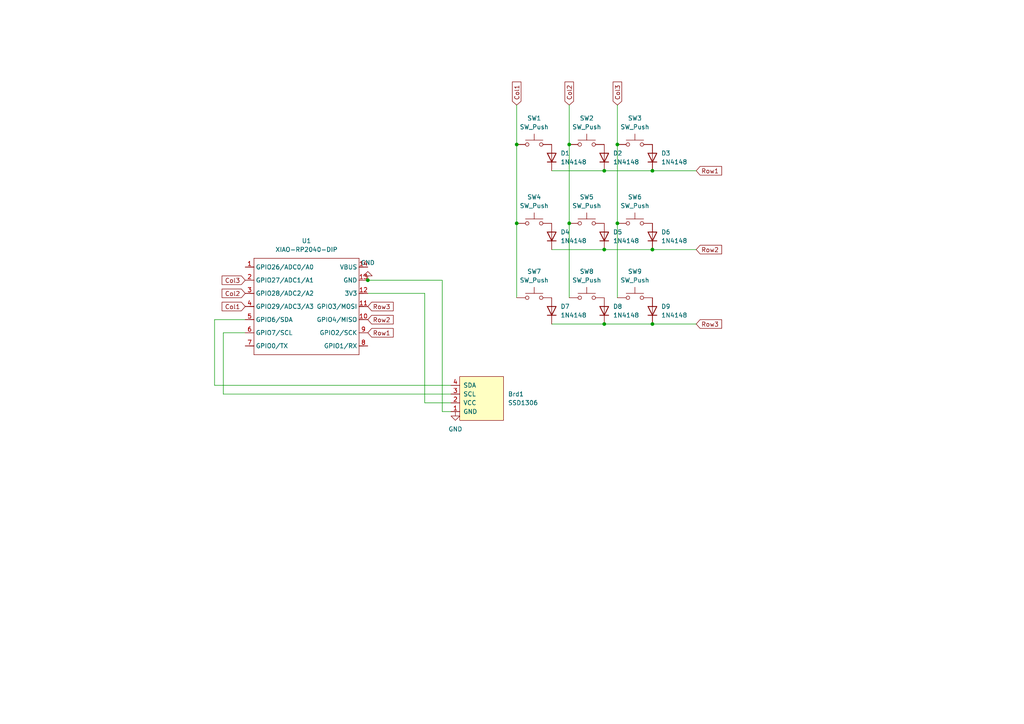
<source format=kicad_sch>
(kicad_sch
	(version 20250114)
	(generator "eeschema")
	(generator_version "9.0")
	(uuid "ebeae7c9-8a1e-44bf-a1a0-bcf41a91176e")
	(paper "A4")
	(lib_symbols
		(symbol "Diode:1N4148"
			(pin_numbers
				(hide yes)
			)
			(pin_names
				(hide yes)
			)
			(exclude_from_sim no)
			(in_bom yes)
			(on_board yes)
			(property "Reference" "D"
				(at 0 2.54 0)
				(effects
					(font
						(size 1.27 1.27)
					)
				)
			)
			(property "Value" "1N4148"
				(at 0 -2.54 0)
				(effects
					(font
						(size 1.27 1.27)
					)
				)
			)
			(property "Footprint" "Diode_THT:D_DO-35_SOD27_P7.62mm_Horizontal"
				(at 0 0 0)
				(effects
					(font
						(size 1.27 1.27)
					)
					(hide yes)
				)
			)
			(property "Datasheet" "https://assets.nexperia.com/documents/data-sheet/1N4148_1N4448.pdf"
				(at 0 0 0)
				(effects
					(font
						(size 1.27 1.27)
					)
					(hide yes)
				)
			)
			(property "Description" "100V 0.15A standard switching diode, DO-35"
				(at 0 0 0)
				(effects
					(font
						(size 1.27 1.27)
					)
					(hide yes)
				)
			)
			(property "Sim.Device" "D"
				(at 0 0 0)
				(effects
					(font
						(size 1.27 1.27)
					)
					(hide yes)
				)
			)
			(property "Sim.Pins" "1=K 2=A"
				(at 0 0 0)
				(effects
					(font
						(size 1.27 1.27)
					)
					(hide yes)
				)
			)
			(property "ki_keywords" "diode"
				(at 0 0 0)
				(effects
					(font
						(size 1.27 1.27)
					)
					(hide yes)
				)
			)
			(property "ki_fp_filters" "D*DO?35*"
				(at 0 0 0)
				(effects
					(font
						(size 1.27 1.27)
					)
					(hide yes)
				)
			)
			(symbol "1N4148_0_1"
				(polyline
					(pts
						(xy -1.27 1.27) (xy -1.27 -1.27)
					)
					(stroke
						(width 0.254)
						(type default)
					)
					(fill
						(type none)
					)
				)
				(polyline
					(pts
						(xy 1.27 1.27) (xy 1.27 -1.27) (xy -1.27 0) (xy 1.27 1.27)
					)
					(stroke
						(width 0.254)
						(type default)
					)
					(fill
						(type none)
					)
				)
				(polyline
					(pts
						(xy 1.27 0) (xy -1.27 0)
					)
					(stroke
						(width 0)
						(type default)
					)
					(fill
						(type none)
					)
				)
			)
			(symbol "1N4148_1_1"
				(pin passive line
					(at -3.81 0 0)
					(length 2.54)
					(name "K"
						(effects
							(font
								(size 1.27 1.27)
							)
						)
					)
					(number "1"
						(effects
							(font
								(size 1.27 1.27)
							)
						)
					)
				)
				(pin passive line
					(at 3.81 0 180)
					(length 2.54)
					(name "A"
						(effects
							(font
								(size 1.27 1.27)
							)
						)
					)
					(number "2"
						(effects
							(font
								(size 1.27 1.27)
							)
						)
					)
				)
			)
			(embedded_fonts no)
		)
		(symbol "SSD1306-128x64_OLED:SSD1306"
			(pin_names
				(offset 1.016)
			)
			(exclude_from_sim no)
			(in_bom yes)
			(on_board yes)
			(property "Reference" "Brd"
				(at 0 -3.81 0)
				(effects
					(font
						(size 1.27 1.27)
					)
				)
			)
			(property "Value" "SSD1306"
				(at 0 -1.27 0)
				(effects
					(font
						(size 1.27 1.27)
					)
				)
			)
			(property "Footprint" ""
				(at 0 6.35 0)
				(effects
					(font
						(size 1.27 1.27)
					)
					(hide yes)
				)
			)
			(property "Datasheet" ""
				(at 0 6.35 0)
				(effects
					(font
						(size 1.27 1.27)
					)
					(hide yes)
				)
			)
			(property "Description" "SSD1306 OLED"
				(at 0 0 0)
				(effects
					(font
						(size 1.27 1.27)
					)
					(hide yes)
				)
			)
			(property "ki_keywords" "SSD1306"
				(at 0 0 0)
				(effects
					(font
						(size 1.27 1.27)
					)
					(hide yes)
				)
			)
			(property "ki_fp_filters" "SSD1306-128x64_OLED:SSD1306"
				(at 0 0 0)
				(effects
					(font
						(size 1.27 1.27)
					)
					(hide yes)
				)
			)
			(symbol "SSD1306_0_1"
				(rectangle
					(start -6.35 6.35)
					(end 6.35 -6.35)
					(stroke
						(width 0)
						(type solid)
					)
					(fill
						(type background)
					)
				)
			)
			(symbol "SSD1306_1_1"
				(pin input line
					(at -3.81 8.89 270)
					(length 2.54)
					(name "GND"
						(effects
							(font
								(size 1.27 1.27)
							)
						)
					)
					(number "1"
						(effects
							(font
								(size 1.27 1.27)
							)
						)
					)
				)
				(pin input line
					(at -1.27 8.89 270)
					(length 2.54)
					(name "VCC"
						(effects
							(font
								(size 1.27 1.27)
							)
						)
					)
					(number "2"
						(effects
							(font
								(size 1.27 1.27)
							)
						)
					)
				)
				(pin input line
					(at 1.27 8.89 270)
					(length 2.54)
					(name "SCL"
						(effects
							(font
								(size 1.27 1.27)
							)
						)
					)
					(number "3"
						(effects
							(font
								(size 1.27 1.27)
							)
						)
					)
				)
				(pin input line
					(at 3.81 8.89 270)
					(length 2.54)
					(name "SDA"
						(effects
							(font
								(size 1.27 1.27)
							)
						)
					)
					(number "4"
						(effects
							(font
								(size 1.27 1.27)
							)
						)
					)
				)
			)
			(embedded_fonts no)
		)
		(symbol "Seeed_Studio_XIAO_Series:XIAO-RP2040-DIP"
			(exclude_from_sim no)
			(in_bom yes)
			(on_board yes)
			(property "Reference" "U"
				(at 0 0 0)
				(effects
					(font
						(size 1.27 1.27)
					)
				)
			)
			(property "Value" "XIAO-RP2040-DIP"
				(at 5.334 -1.778 0)
				(effects
					(font
						(size 1.27 1.27)
					)
				)
			)
			(property "Footprint" "Module:MOUDLE14P-XIAO-DIP-SMD"
				(at 14.478 -32.258 0)
				(effects
					(font
						(size 1.27 1.27)
					)
					(hide yes)
				)
			)
			(property "Datasheet" ""
				(at 0 0 0)
				(effects
					(font
						(size 1.27 1.27)
					)
					(hide yes)
				)
			)
			(property "Description" ""
				(at 0 0 0)
				(effects
					(font
						(size 1.27 1.27)
					)
					(hide yes)
				)
			)
			(symbol "XIAO-RP2040-DIP_1_0"
				(polyline
					(pts
						(xy -1.27 -2.54) (xy 29.21 -2.54)
					)
					(stroke
						(width 0.1524)
						(type solid)
					)
					(fill
						(type none)
					)
				)
				(polyline
					(pts
						(xy -1.27 -5.08) (xy -2.54 -5.08)
					)
					(stroke
						(width 0.1524)
						(type solid)
					)
					(fill
						(type none)
					)
				)
				(polyline
					(pts
						(xy -1.27 -5.08) (xy -1.27 -2.54)
					)
					(stroke
						(width 0.1524)
						(type solid)
					)
					(fill
						(type none)
					)
				)
				(polyline
					(pts
						(xy -1.27 -8.89) (xy -2.54 -8.89)
					)
					(stroke
						(width 0.1524)
						(type solid)
					)
					(fill
						(type none)
					)
				)
				(polyline
					(pts
						(xy -1.27 -8.89) (xy -1.27 -5.08)
					)
					(stroke
						(width 0.1524)
						(type solid)
					)
					(fill
						(type none)
					)
				)
				(polyline
					(pts
						(xy -1.27 -12.7) (xy -2.54 -12.7)
					)
					(stroke
						(width 0.1524)
						(type solid)
					)
					(fill
						(type none)
					)
				)
				(polyline
					(pts
						(xy -1.27 -12.7) (xy -1.27 -8.89)
					)
					(stroke
						(width 0.1524)
						(type solid)
					)
					(fill
						(type none)
					)
				)
				(polyline
					(pts
						(xy -1.27 -16.51) (xy -2.54 -16.51)
					)
					(stroke
						(width 0.1524)
						(type solid)
					)
					(fill
						(type none)
					)
				)
				(polyline
					(pts
						(xy -1.27 -16.51) (xy -1.27 -12.7)
					)
					(stroke
						(width 0.1524)
						(type solid)
					)
					(fill
						(type none)
					)
				)
				(polyline
					(pts
						(xy -1.27 -20.32) (xy -2.54 -20.32)
					)
					(stroke
						(width 0.1524)
						(type solid)
					)
					(fill
						(type none)
					)
				)
				(polyline
					(pts
						(xy -1.27 -24.13) (xy -2.54 -24.13)
					)
					(stroke
						(width 0.1524)
						(type solid)
					)
					(fill
						(type none)
					)
				)
				(polyline
					(pts
						(xy -1.27 -27.94) (xy -2.54 -27.94)
					)
					(stroke
						(width 0.1524)
						(type solid)
					)
					(fill
						(type none)
					)
				)
				(polyline
					(pts
						(xy -1.27 -30.48) (xy -1.27 -16.51)
					)
					(stroke
						(width 0.1524)
						(type solid)
					)
					(fill
						(type none)
					)
				)
				(polyline
					(pts
						(xy 29.21 -2.54) (xy 29.21 -5.08)
					)
					(stroke
						(width 0.1524)
						(type solid)
					)
					(fill
						(type none)
					)
				)
				(polyline
					(pts
						(xy 29.21 -5.08) (xy 29.21 -8.89)
					)
					(stroke
						(width 0.1524)
						(type solid)
					)
					(fill
						(type none)
					)
				)
				(polyline
					(pts
						(xy 29.21 -8.89) (xy 29.21 -12.7)
					)
					(stroke
						(width 0.1524)
						(type solid)
					)
					(fill
						(type none)
					)
				)
				(polyline
					(pts
						(xy 29.21 -12.7) (xy 29.21 -30.48)
					)
					(stroke
						(width 0.1524)
						(type solid)
					)
					(fill
						(type none)
					)
				)
				(polyline
					(pts
						(xy 29.21 -30.48) (xy -1.27 -30.48)
					)
					(stroke
						(width 0.1524)
						(type solid)
					)
					(fill
						(type none)
					)
				)
				(polyline
					(pts
						(xy 30.48 -5.08) (xy 29.21 -5.08)
					)
					(stroke
						(width 0.1524)
						(type solid)
					)
					(fill
						(type none)
					)
				)
				(polyline
					(pts
						(xy 30.48 -8.89) (xy 29.21 -8.89)
					)
					(stroke
						(width 0.1524)
						(type solid)
					)
					(fill
						(type none)
					)
				)
				(polyline
					(pts
						(xy 30.48 -12.7) (xy 29.21 -12.7)
					)
					(stroke
						(width 0.1524)
						(type solid)
					)
					(fill
						(type none)
					)
				)
				(polyline
					(pts
						(xy 30.48 -16.51) (xy 29.21 -16.51)
					)
					(stroke
						(width 0.1524)
						(type solid)
					)
					(fill
						(type none)
					)
				)
				(polyline
					(pts
						(xy 30.48 -20.32) (xy 29.21 -20.32)
					)
					(stroke
						(width 0.1524)
						(type solid)
					)
					(fill
						(type none)
					)
				)
				(polyline
					(pts
						(xy 30.48 -24.13) (xy 29.21 -24.13)
					)
					(stroke
						(width 0.1524)
						(type solid)
					)
					(fill
						(type none)
					)
				)
				(polyline
					(pts
						(xy 30.48 -27.94) (xy 29.21 -27.94)
					)
					(stroke
						(width 0.1524)
						(type solid)
					)
					(fill
						(type none)
					)
				)
				(pin passive line
					(at -3.81 -5.08 0)
					(length 2.54)
					(name "GPIO26/ADC0/A0"
						(effects
							(font
								(size 1.27 1.27)
							)
						)
					)
					(number "1"
						(effects
							(font
								(size 1.27 1.27)
							)
						)
					)
				)
				(pin passive line
					(at -3.81 -8.89 0)
					(length 2.54)
					(name "GPIO27/ADC1/A1"
						(effects
							(font
								(size 1.27 1.27)
							)
						)
					)
					(number "2"
						(effects
							(font
								(size 1.27 1.27)
							)
						)
					)
				)
				(pin passive line
					(at -3.81 -12.7 0)
					(length 2.54)
					(name "GPIO28/ADC2/A2"
						(effects
							(font
								(size 1.27 1.27)
							)
						)
					)
					(number "3"
						(effects
							(font
								(size 1.27 1.27)
							)
						)
					)
				)
				(pin passive line
					(at -3.81 -16.51 0)
					(length 2.54)
					(name "GPIO29/ADC3/A3"
						(effects
							(font
								(size 1.27 1.27)
							)
						)
					)
					(number "4"
						(effects
							(font
								(size 1.27 1.27)
							)
						)
					)
				)
				(pin passive line
					(at -3.81 -20.32 0)
					(length 2.54)
					(name "GPIO6/SDA"
						(effects
							(font
								(size 1.27 1.27)
							)
						)
					)
					(number "5"
						(effects
							(font
								(size 1.27 1.27)
							)
						)
					)
				)
				(pin passive line
					(at -3.81 -24.13 0)
					(length 2.54)
					(name "GPIO7/SCL"
						(effects
							(font
								(size 1.27 1.27)
							)
						)
					)
					(number "6"
						(effects
							(font
								(size 1.27 1.27)
							)
						)
					)
				)
				(pin passive line
					(at -3.81 -27.94 0)
					(length 2.54)
					(name "GPIO0/TX"
						(effects
							(font
								(size 1.27 1.27)
							)
						)
					)
					(number "7"
						(effects
							(font
								(size 1.27 1.27)
							)
						)
					)
				)
				(pin passive line
					(at 31.75 -5.08 180)
					(length 2.54)
					(name "VBUS"
						(effects
							(font
								(size 1.27 1.27)
							)
						)
					)
					(number "14"
						(effects
							(font
								(size 1.27 1.27)
							)
						)
					)
				)
				(pin passive line
					(at 31.75 -8.89 180)
					(length 2.54)
					(name "GND"
						(effects
							(font
								(size 1.27 1.27)
							)
						)
					)
					(number "13"
						(effects
							(font
								(size 1.27 1.27)
							)
						)
					)
				)
				(pin passive line
					(at 31.75 -12.7 180)
					(length 2.54)
					(name "3V3"
						(effects
							(font
								(size 1.27 1.27)
							)
						)
					)
					(number "12"
						(effects
							(font
								(size 1.27 1.27)
							)
						)
					)
				)
				(pin passive line
					(at 31.75 -16.51 180)
					(length 2.54)
					(name "GPIO3/MOSI"
						(effects
							(font
								(size 1.27 1.27)
							)
						)
					)
					(number "11"
						(effects
							(font
								(size 1.27 1.27)
							)
						)
					)
				)
				(pin passive line
					(at 31.75 -20.32 180)
					(length 2.54)
					(name "GPIO4/MISO"
						(effects
							(font
								(size 1.27 1.27)
							)
						)
					)
					(number "10"
						(effects
							(font
								(size 1.27 1.27)
							)
						)
					)
				)
				(pin passive line
					(at 31.75 -24.13 180)
					(length 2.54)
					(name "GPIO2/SCK"
						(effects
							(font
								(size 1.27 1.27)
							)
						)
					)
					(number "9"
						(effects
							(font
								(size 1.27 1.27)
							)
						)
					)
				)
				(pin passive line
					(at 31.75 -27.94 180)
					(length 2.54)
					(name "GPIO1/RX"
						(effects
							(font
								(size 1.27 1.27)
							)
						)
					)
					(number "8"
						(effects
							(font
								(size 1.27 1.27)
							)
						)
					)
				)
			)
			(embedded_fonts no)
		)
		(symbol "Switch:SW_Push"
			(pin_numbers
				(hide yes)
			)
			(pin_names
				(offset 1.016)
				(hide yes)
			)
			(exclude_from_sim no)
			(in_bom yes)
			(on_board yes)
			(property "Reference" "SW"
				(at 1.27 2.54 0)
				(effects
					(font
						(size 1.27 1.27)
					)
					(justify left)
				)
			)
			(property "Value" "SW_Push"
				(at 0 -1.524 0)
				(effects
					(font
						(size 1.27 1.27)
					)
				)
			)
			(property "Footprint" ""
				(at 0 5.08 0)
				(effects
					(font
						(size 1.27 1.27)
					)
					(hide yes)
				)
			)
			(property "Datasheet" "~"
				(at 0 5.08 0)
				(effects
					(font
						(size 1.27 1.27)
					)
					(hide yes)
				)
			)
			(property "Description" "Push button switch, generic, two pins"
				(at 0 0 0)
				(effects
					(font
						(size 1.27 1.27)
					)
					(hide yes)
				)
			)
			(property "ki_keywords" "switch normally-open pushbutton push-button"
				(at 0 0 0)
				(effects
					(font
						(size 1.27 1.27)
					)
					(hide yes)
				)
			)
			(symbol "SW_Push_0_1"
				(circle
					(center -2.032 0)
					(radius 0.508)
					(stroke
						(width 0)
						(type default)
					)
					(fill
						(type none)
					)
				)
				(polyline
					(pts
						(xy 0 1.27) (xy 0 3.048)
					)
					(stroke
						(width 0)
						(type default)
					)
					(fill
						(type none)
					)
				)
				(circle
					(center 2.032 0)
					(radius 0.508)
					(stroke
						(width 0)
						(type default)
					)
					(fill
						(type none)
					)
				)
				(polyline
					(pts
						(xy 2.54 1.27) (xy -2.54 1.27)
					)
					(stroke
						(width 0)
						(type default)
					)
					(fill
						(type none)
					)
				)
				(pin passive line
					(at -5.08 0 0)
					(length 2.54)
					(name "1"
						(effects
							(font
								(size 1.27 1.27)
							)
						)
					)
					(number "1"
						(effects
							(font
								(size 1.27 1.27)
							)
						)
					)
				)
				(pin passive line
					(at 5.08 0 180)
					(length 2.54)
					(name "2"
						(effects
							(font
								(size 1.27 1.27)
							)
						)
					)
					(number "2"
						(effects
							(font
								(size 1.27 1.27)
							)
						)
					)
				)
			)
			(embedded_fonts no)
		)
		(symbol "power:GND"
			(power)
			(pin_numbers
				(hide yes)
			)
			(pin_names
				(offset 0)
				(hide yes)
			)
			(exclude_from_sim no)
			(in_bom yes)
			(on_board yes)
			(property "Reference" "#PWR"
				(at 0 -6.35 0)
				(effects
					(font
						(size 1.27 1.27)
					)
					(hide yes)
				)
			)
			(property "Value" "GND"
				(at 0 -3.81 0)
				(effects
					(font
						(size 1.27 1.27)
					)
				)
			)
			(property "Footprint" ""
				(at 0 0 0)
				(effects
					(font
						(size 1.27 1.27)
					)
					(hide yes)
				)
			)
			(property "Datasheet" ""
				(at 0 0 0)
				(effects
					(font
						(size 1.27 1.27)
					)
					(hide yes)
				)
			)
			(property "Description" "Power symbol creates a global label with name \"GND\" , ground"
				(at 0 0 0)
				(effects
					(font
						(size 1.27 1.27)
					)
					(hide yes)
				)
			)
			(property "ki_keywords" "global power"
				(at 0 0 0)
				(effects
					(font
						(size 1.27 1.27)
					)
					(hide yes)
				)
			)
			(symbol "GND_0_1"
				(polyline
					(pts
						(xy 0 0) (xy 0 -1.27) (xy 1.27 -1.27) (xy 0 -2.54) (xy -1.27 -1.27) (xy 0 -1.27)
					)
					(stroke
						(width 0)
						(type default)
					)
					(fill
						(type none)
					)
				)
			)
			(symbol "GND_1_1"
				(pin power_in line
					(at 0 0 270)
					(length 0)
					(name "~"
						(effects
							(font
								(size 1.27 1.27)
							)
						)
					)
					(number "1"
						(effects
							(font
								(size 1.27 1.27)
							)
						)
					)
				)
			)
			(embedded_fonts no)
		)
	)
	(junction
		(at 165.1 41.91)
		(diameter 0)
		(color 0 0 0 0)
		(uuid "163ac88c-9f45-44b7-b024-1afa77fc1a93")
	)
	(junction
		(at 179.07 41.91)
		(diameter 0)
		(color 0 0 0 0)
		(uuid "17b13601-5d90-4109-bc27-7f9cc04d4a0f")
	)
	(junction
		(at 189.23 49.53)
		(diameter 0)
		(color 0 0 0 0)
		(uuid "22f60079-348d-440c-98a8-8fdd68a3a3d9")
	)
	(junction
		(at 165.1 64.77)
		(diameter 0)
		(color 0 0 0 0)
		(uuid "27ba19bb-df09-4209-b8bf-34e704dd6362")
	)
	(junction
		(at 189.23 93.98)
		(diameter 0)
		(color 0 0 0 0)
		(uuid "4ac9a493-7e7f-44e8-a459-870726c7a8cb")
	)
	(junction
		(at 106.68 81.28)
		(diameter 0)
		(color 0 0 0 0)
		(uuid "747e6ad2-68e4-41d2-8dd6-2dce3b096572")
	)
	(junction
		(at 189.23 72.39)
		(diameter 0)
		(color 0 0 0 0)
		(uuid "989b383e-a779-4c5a-b212-3f7c0bfbce44")
	)
	(junction
		(at 175.26 93.98)
		(diameter 0)
		(color 0 0 0 0)
		(uuid "af0babd5-031c-4e98-85f5-83fe102699a9")
	)
	(junction
		(at 149.86 41.91)
		(diameter 0)
		(color 0 0 0 0)
		(uuid "d827be26-467b-4342-93ea-a6635b8e38fc")
	)
	(junction
		(at 175.26 72.39)
		(diameter 0)
		(color 0 0 0 0)
		(uuid "ddeb4a05-7ff9-4ea4-87fb-38e030e13d1b")
	)
	(junction
		(at 179.07 64.77)
		(diameter 0)
		(color 0 0 0 0)
		(uuid "e05b1e92-2a62-4dd9-8b13-52c2d1dd42db")
	)
	(junction
		(at 175.26 49.53)
		(diameter 0)
		(color 0 0 0 0)
		(uuid "e70e37ad-af13-431c-9953-a6f598391cab")
	)
	(junction
		(at 149.86 64.77)
		(diameter 0)
		(color 0 0 0 0)
		(uuid "ebc08f79-9e63-4913-9d5d-ba7a35dcddbd")
	)
	(wire
		(pts
			(xy 130.81 111.76) (xy 62.23 111.76)
		)
		(stroke
			(width 0)
			(type default)
		)
		(uuid "07f072c2-ad2e-42ca-891e-acc3f5e902c4")
	)
	(wire
		(pts
			(xy 128.27 119.38) (xy 128.27 81.28)
		)
		(stroke
			(width 0)
			(type default)
		)
		(uuid "0d8419f7-79f8-45af-b656-3287979668ad")
	)
	(wire
		(pts
			(xy 149.86 41.91) (xy 149.86 64.77)
		)
		(stroke
			(width 0)
			(type default)
		)
		(uuid "125bf7da-7196-484f-9b5b-ee23c6a0f5f3")
	)
	(wire
		(pts
			(xy 64.77 114.3) (xy 64.77 96.52)
		)
		(stroke
			(width 0)
			(type default)
		)
		(uuid "16b18da3-a6b7-4ff1-b222-badddc9c70b3")
	)
	(wire
		(pts
			(xy 62.23 92.71) (xy 71.12 92.71)
		)
		(stroke
			(width 0)
			(type default)
		)
		(uuid "208cfd31-dc89-4d84-b838-52b6222f49c5")
	)
	(wire
		(pts
			(xy 123.19 116.84) (xy 123.19 85.09)
		)
		(stroke
			(width 0)
			(type default)
		)
		(uuid "27a049a8-82b1-46c8-b1e8-8fe7761afa64")
	)
	(wire
		(pts
			(xy 62.23 111.76) (xy 62.23 92.71)
		)
		(stroke
			(width 0)
			(type default)
		)
		(uuid "30498610-c73a-4c25-8f2d-734a7a6444e2")
	)
	(wire
		(pts
			(xy 160.02 93.98) (xy 175.26 93.98)
		)
		(stroke
			(width 0)
			(type default)
		)
		(uuid "3ea6dd80-db6b-47b3-adb6-560d4547bf7f")
	)
	(wire
		(pts
			(xy 128.27 81.28) (xy 106.68 81.28)
		)
		(stroke
			(width 0)
			(type default)
		)
		(uuid "4620ea80-ee33-4db0-94b5-6310f910d3f5")
	)
	(wire
		(pts
			(xy 175.26 93.98) (xy 189.23 93.98)
		)
		(stroke
			(width 0)
			(type default)
		)
		(uuid "4631e11a-b92c-4c3e-a181-f66a65f59198")
	)
	(wire
		(pts
			(xy 165.1 41.91) (xy 165.1 64.77)
		)
		(stroke
			(width 0)
			(type default)
		)
		(uuid "557b6e4e-8aa2-49de-976e-bd6ac9900873")
	)
	(wire
		(pts
			(xy 160.02 49.53) (xy 175.26 49.53)
		)
		(stroke
			(width 0)
			(type default)
		)
		(uuid "63289a07-175d-4ddd-99e8-dc7af00c663b")
	)
	(wire
		(pts
			(xy 130.81 114.3) (xy 64.77 114.3)
		)
		(stroke
			(width 0)
			(type default)
		)
		(uuid "6a7b0532-6395-436d-8a0a-c61e0d6ff513")
	)
	(wire
		(pts
			(xy 64.77 96.52) (xy 71.12 96.52)
		)
		(stroke
			(width 0)
			(type default)
		)
		(uuid "7280e1aa-4b1a-47a7-8a81-f8b3c88f6cca")
	)
	(wire
		(pts
			(xy 165.1 64.77) (xy 165.1 86.36)
		)
		(stroke
			(width 0)
			(type default)
		)
		(uuid "84f2e412-ecad-4a2c-8868-093e5929ac93")
	)
	(wire
		(pts
			(xy 189.23 72.39) (xy 201.93 72.39)
		)
		(stroke
			(width 0)
			(type default)
		)
		(uuid "856e098b-df66-48d2-86c8-a968a1d29b8f")
	)
	(wire
		(pts
			(xy 160.02 72.39) (xy 175.26 72.39)
		)
		(stroke
			(width 0)
			(type default)
		)
		(uuid "8b51c209-842f-44f0-925e-098cdce813c2")
	)
	(wire
		(pts
			(xy 123.19 85.09) (xy 106.68 85.09)
		)
		(stroke
			(width 0)
			(type default)
		)
		(uuid "a65c370a-6c63-4b1f-b852-5a6093ed54d7")
	)
	(wire
		(pts
			(xy 149.86 64.77) (xy 149.86 86.36)
		)
		(stroke
			(width 0)
			(type default)
		)
		(uuid "c197c56f-8f30-42f9-8da4-564c8becb050")
	)
	(wire
		(pts
			(xy 165.1 30.48) (xy 165.1 41.91)
		)
		(stroke
			(width 0)
			(type default)
		)
		(uuid "c5ce947f-760f-46d8-a48f-0ae9699399e0")
	)
	(wire
		(pts
			(xy 189.23 93.98) (xy 201.93 93.98)
		)
		(stroke
			(width 0)
			(type default)
		)
		(uuid "c66cb480-d888-46b7-9313-00912203fdf0")
	)
	(wire
		(pts
			(xy 130.81 119.38) (xy 128.27 119.38)
		)
		(stroke
			(width 0)
			(type default)
		)
		(uuid "cb66b7c9-d322-4bb2-b72e-38ad48e4c7c1")
	)
	(wire
		(pts
			(xy 130.81 116.84) (xy 123.19 116.84)
		)
		(stroke
			(width 0)
			(type default)
		)
		(uuid "ccc5e427-7a62-4a2c-bd33-744ea9ea19fc")
	)
	(wire
		(pts
			(xy 179.07 64.77) (xy 179.07 86.36)
		)
		(stroke
			(width 0)
			(type default)
		)
		(uuid "d44602d6-2bd6-4c81-86c8-a0a4a04321b6")
	)
	(wire
		(pts
			(xy 175.26 49.53) (xy 189.23 49.53)
		)
		(stroke
			(width 0)
			(type default)
		)
		(uuid "d50dc471-9bcf-43ed-9d62-a91460480e1a")
	)
	(wire
		(pts
			(xy 179.07 41.91) (xy 179.07 64.77)
		)
		(stroke
			(width 0)
			(type default)
		)
		(uuid "ddd7fe3a-e35b-4d93-b6f7-159ff197d4c0")
	)
	(wire
		(pts
			(xy 179.07 30.48) (xy 179.07 41.91)
		)
		(stroke
			(width 0)
			(type default)
		)
		(uuid "eb9cedbd-43b2-4ad4-8f74-6d5939d2f500")
	)
	(wire
		(pts
			(xy 175.26 72.39) (xy 189.23 72.39)
		)
		(stroke
			(width 0)
			(type default)
		)
		(uuid "f1a10907-f5c7-4691-86ee-98a5d08c01a7")
	)
	(wire
		(pts
			(xy 189.23 49.53) (xy 201.93 49.53)
		)
		(stroke
			(width 0)
			(type default)
		)
		(uuid "fc1a80af-9e64-4f46-88a4-41d220e4fed8")
	)
	(wire
		(pts
			(xy 149.86 30.48) (xy 149.86 41.91)
		)
		(stroke
			(width 0)
			(type default)
		)
		(uuid "fdc44b64-2ce0-4413-8cb4-90ed70cd0b85")
	)
	(global_label "Row1"
		(shape input)
		(at 201.93 49.53 0)
		(fields_autoplaced yes)
		(effects
			(font
				(size 1.27 1.27)
			)
			(justify left)
		)
		(uuid "079718fd-16ad-4f1d-8443-778a6e5fe5cf")
		(property "Intersheetrefs" "${INTERSHEET_REFS}"
			(at 209.8742 49.53 0)
			(effects
				(font
					(size 1.27 1.27)
				)
				(justify left)
				(hide yes)
			)
		)
	)
	(global_label "Col3"
		(shape input)
		(at 71.12 81.28 180)
		(fields_autoplaced yes)
		(effects
			(font
				(size 1.27 1.27)
			)
			(justify right)
		)
		(uuid "3a78ec5d-c4b7-4370-9a3f-6790f53fe6a8")
		(property "Intersheetrefs" "${INTERSHEET_REFS}"
			(at 63.8411 81.28 0)
			(effects
				(font
					(size 1.27 1.27)
				)
				(justify right)
				(hide yes)
			)
		)
	)
	(global_label "Col2"
		(shape input)
		(at 71.12 85.09 180)
		(fields_autoplaced yes)
		(effects
			(font
				(size 1.27 1.27)
			)
			(justify right)
		)
		(uuid "6db0bb2b-387a-44b9-ad3c-95e1a75de4a9")
		(property "Intersheetrefs" "${INTERSHEET_REFS}"
			(at 63.8411 85.09 0)
			(effects
				(font
					(size 1.27 1.27)
				)
				(justify right)
				(hide yes)
			)
		)
	)
	(global_label "Col1"
		(shape input)
		(at 71.12 88.9 180)
		(fields_autoplaced yes)
		(effects
			(font
				(size 1.27 1.27)
			)
			(justify right)
		)
		(uuid "72258df7-dcba-4695-9481-98ab1ed9c244")
		(property "Intersheetrefs" "${INTERSHEET_REFS}"
			(at 63.8411 88.9 0)
			(effects
				(font
					(size 1.27 1.27)
				)
				(justify right)
				(hide yes)
			)
		)
	)
	(global_label "Row2"
		(shape input)
		(at 201.93 72.39 0)
		(fields_autoplaced yes)
		(effects
			(font
				(size 1.27 1.27)
			)
			(justify left)
		)
		(uuid "765635c4-7bef-4e48-af41-c2091961aa92")
		(property "Intersheetrefs" "${INTERSHEET_REFS}"
			(at 209.8742 72.39 0)
			(effects
				(font
					(size 1.27 1.27)
				)
				(justify left)
				(hide yes)
			)
		)
	)
	(global_label "Col1"
		(shape input)
		(at 149.86 30.48 90)
		(fields_autoplaced yes)
		(effects
			(font
				(size 1.27 1.27)
			)
			(justify left)
		)
		(uuid "86905f31-ac06-4249-9dae-eac171d81780")
		(property "Intersheetrefs" "${INTERSHEET_REFS}"
			(at 149.86 23.2011 90)
			(effects
				(font
					(size 1.27 1.27)
				)
				(justify left)
				(hide yes)
			)
		)
	)
	(global_label "Row2"
		(shape input)
		(at 106.68 92.71 0)
		(fields_autoplaced yes)
		(effects
			(font
				(size 1.27 1.27)
			)
			(justify left)
		)
		(uuid "95f00bdc-5270-48a0-bc91-7cb2e696f507")
		(property "Intersheetrefs" "${INTERSHEET_REFS}"
			(at 114.6242 92.71 0)
			(effects
				(font
					(size 1.27 1.27)
				)
				(justify left)
				(hide yes)
			)
		)
	)
	(global_label "Row1"
		(shape input)
		(at 106.68 96.52 0)
		(fields_autoplaced yes)
		(effects
			(font
				(size 1.27 1.27)
			)
			(justify left)
		)
		(uuid "99be43ba-f73b-46d8-bb00-e6948988ccbe")
		(property "Intersheetrefs" "${INTERSHEET_REFS}"
			(at 114.6242 96.52 0)
			(effects
				(font
					(size 1.27 1.27)
				)
				(justify left)
				(hide yes)
			)
		)
	)
	(global_label "Col3"
		(shape input)
		(at 179.07 30.48 90)
		(fields_autoplaced yes)
		(effects
			(font
				(size 1.27 1.27)
			)
			(justify left)
		)
		(uuid "bbf58c85-5ca6-41bd-829b-8e0c93996d75")
		(property "Intersheetrefs" "${INTERSHEET_REFS}"
			(at 179.07 23.2011 90)
			(effects
				(font
					(size 1.27 1.27)
				)
				(justify left)
				(hide yes)
			)
		)
	)
	(global_label "Col2"
		(shape input)
		(at 165.1 30.48 90)
		(fields_autoplaced yes)
		(effects
			(font
				(size 1.27 1.27)
			)
			(justify left)
		)
		(uuid "c5caec3d-6eec-4dd1-bd64-cd4591be0607")
		(property "Intersheetrefs" "${INTERSHEET_REFS}"
			(at 165.1 23.2011 90)
			(effects
				(font
					(size 1.27 1.27)
				)
				(justify left)
				(hide yes)
			)
		)
	)
	(global_label "Row3"
		(shape input)
		(at 201.93 93.98 0)
		(fields_autoplaced yes)
		(effects
			(font
				(size 1.27 1.27)
			)
			(justify left)
		)
		(uuid "e3e1011c-7d99-45e7-b8c3-225a093984b9")
		(property "Intersheetrefs" "${INTERSHEET_REFS}"
			(at 209.8742 93.98 0)
			(effects
				(font
					(size 1.27 1.27)
				)
				(justify left)
				(hide yes)
			)
		)
	)
	(global_label "Row3"
		(shape input)
		(at 106.68 88.9 0)
		(fields_autoplaced yes)
		(effects
			(font
				(size 1.27 1.27)
			)
			(justify left)
		)
		(uuid "f4a014e0-1524-4451-b2b6-08dc7160dbb3")
		(property "Intersheetrefs" "${INTERSHEET_REFS}"
			(at 114.6242 88.9 0)
			(effects
				(font
					(size 1.27 1.27)
				)
				(justify left)
				(hide yes)
			)
		)
	)
	(symbol
		(lib_id "Switch:SW_Push")
		(at 184.15 86.36 0)
		(unit 1)
		(exclude_from_sim no)
		(in_bom yes)
		(on_board yes)
		(dnp no)
		(fields_autoplaced yes)
		(uuid "055f9988-202d-4caf-a3eb-de7452f4a06f")
		(property "Reference" "SW9"
			(at 184.15 78.74 0)
			(effects
				(font
					(size 1.27 1.27)
				)
			)
		)
		(property "Value" "SW_Push"
			(at 184.15 81.28 0)
			(effects
				(font
					(size 1.27 1.27)
				)
			)
		)
		(property "Footprint" "Button_Switch_Keyboard:SW_Cherry_MX_1.00u_PCB"
			(at 184.15 81.28 0)
			(effects
				(font
					(size 1.27 1.27)
				)
				(hide yes)
			)
		)
		(property "Datasheet" "~"
			(at 184.15 81.28 0)
			(effects
				(font
					(size 1.27 1.27)
				)
				(hide yes)
			)
		)
		(property "Description" "Push button switch, generic, two pins"
			(at 184.15 86.36 0)
			(effects
				(font
					(size 1.27 1.27)
				)
				(hide yes)
			)
		)
		(pin "2"
			(uuid "8c2279a7-4808-4acf-a924-aa94003df1f7")
		)
		(pin "1"
			(uuid "29554806-b047-407f-8fbd-38b4655377b3")
		)
		(instances
			(project "hk"
				(path "/ebeae7c9-8a1e-44bf-a1a0-bcf41a91176e"
					(reference "SW9")
					(unit 1)
				)
			)
		)
	)
	(symbol
		(lib_id "power:GND")
		(at 132.08 119.38 0)
		(unit 1)
		(exclude_from_sim no)
		(in_bom yes)
		(on_board yes)
		(dnp no)
		(fields_autoplaced yes)
		(uuid "13f106bb-25d3-4418-b690-e1a69ddfa395")
		(property "Reference" "#PWR02"
			(at 132.08 125.73 0)
			(effects
				(font
					(size 1.27 1.27)
				)
				(hide yes)
			)
		)
		(property "Value" "GND"
			(at 132.08 124.46 0)
			(effects
				(font
					(size 1.27 1.27)
				)
			)
		)
		(property "Footprint" ""
			(at 132.08 119.38 0)
			(effects
				(font
					(size 1.27 1.27)
				)
				(hide yes)
			)
		)
		(property "Datasheet" ""
			(at 132.08 119.38 0)
			(effects
				(font
					(size 1.27 1.27)
				)
				(hide yes)
			)
		)
		(property "Description" "Power symbol creates a global label with name \"GND\" , ground"
			(at 132.08 119.38 0)
			(effects
				(font
					(size 1.27 1.27)
				)
				(hide yes)
			)
		)
		(pin "1"
			(uuid "798c8714-662b-47b6-82db-5c8db8e7cc4d")
		)
		(instances
			(project ""
				(path "/ebeae7c9-8a1e-44bf-a1a0-bcf41a91176e"
					(reference "#PWR02")
					(unit 1)
				)
			)
		)
	)
	(symbol
		(lib_id "Switch:SW_Push")
		(at 170.18 41.91 0)
		(unit 1)
		(exclude_from_sim no)
		(in_bom yes)
		(on_board yes)
		(dnp no)
		(fields_autoplaced yes)
		(uuid "227ea43c-5f35-4d49-9662-9a3a01e5c9ea")
		(property "Reference" "SW2"
			(at 170.18 34.29 0)
			(effects
				(font
					(size 1.27 1.27)
				)
			)
		)
		(property "Value" "SW_Push"
			(at 170.18 36.83 0)
			(effects
				(font
					(size 1.27 1.27)
				)
			)
		)
		(property "Footprint" "Button_Switch_Keyboard:SW_Cherry_MX_1.00u_PCB"
			(at 170.18 36.83 0)
			(effects
				(font
					(size 1.27 1.27)
				)
				(hide yes)
			)
		)
		(property "Datasheet" "~"
			(at 170.18 36.83 0)
			(effects
				(font
					(size 1.27 1.27)
				)
				(hide yes)
			)
		)
		(property "Description" "Push button switch, generic, two pins"
			(at 170.18 41.91 0)
			(effects
				(font
					(size 1.27 1.27)
				)
				(hide yes)
			)
		)
		(pin "2"
			(uuid "81185832-07b4-455e-80e7-e02775121d01")
		)
		(pin "1"
			(uuid "0b6c7480-e00a-4f10-b3fa-07b90c9ea972")
		)
		(instances
			(project "hk"
				(path "/ebeae7c9-8a1e-44bf-a1a0-bcf41a91176e"
					(reference "SW2")
					(unit 1)
				)
			)
		)
	)
	(symbol
		(lib_id "Diode:1N4148")
		(at 189.23 45.72 90)
		(unit 1)
		(exclude_from_sim no)
		(in_bom yes)
		(on_board yes)
		(dnp no)
		(fields_autoplaced yes)
		(uuid "3a3a7d63-87c7-4703-bde3-7bfdf91fb96b")
		(property "Reference" "D3"
			(at 191.77 44.4499 90)
			(effects
				(font
					(size 1.27 1.27)
				)
				(justify right)
			)
		)
		(property "Value" "1N4148"
			(at 191.77 46.9899 90)
			(effects
				(font
					(size 1.27 1.27)
				)
				(justify right)
			)
		)
		(property "Footprint" "Diode_THT:D_DO-35_SOD27_P7.62mm_Horizontal"
			(at 189.23 45.72 0)
			(effects
				(font
					(size 1.27 1.27)
				)
				(hide yes)
			)
		)
		(property "Datasheet" "https://assets.nexperia.com/documents/data-sheet/1N4148_1N4448.pdf"
			(at 189.23 45.72 0)
			(effects
				(font
					(size 1.27 1.27)
				)
				(hide yes)
			)
		)
		(property "Description" "100V 0.15A standard switching diode, DO-35"
			(at 189.23 45.72 0)
			(effects
				(font
					(size 1.27 1.27)
				)
				(hide yes)
			)
		)
		(property "Sim.Device" "D"
			(at 189.23 45.72 0)
			(effects
				(font
					(size 1.27 1.27)
				)
				(hide yes)
			)
		)
		(property "Sim.Pins" "1=K 2=A"
			(at 189.23 45.72 0)
			(effects
				(font
					(size 1.27 1.27)
				)
				(hide yes)
			)
		)
		(pin "1"
			(uuid "cb8b0ac0-6337-4687-9217-05de781e761c")
		)
		(pin "2"
			(uuid "26ab9450-a29e-4a10-9724-be32ba8cf329")
		)
		(instances
			(project "hk"
				(path "/ebeae7c9-8a1e-44bf-a1a0-bcf41a91176e"
					(reference "D3")
					(unit 1)
				)
			)
		)
	)
	(symbol
		(lib_id "Switch:SW_Push")
		(at 154.94 41.91 0)
		(unit 1)
		(exclude_from_sim no)
		(in_bom yes)
		(on_board yes)
		(dnp no)
		(fields_autoplaced yes)
		(uuid "47be3ca2-3b9b-4e28-975c-2cae35ebd745")
		(property "Reference" "SW1"
			(at 154.94 34.29 0)
			(effects
				(font
					(size 1.27 1.27)
				)
			)
		)
		(property "Value" "SW_Push"
			(at 154.94 36.83 0)
			(effects
				(font
					(size 1.27 1.27)
				)
			)
		)
		(property "Footprint" "Button_Switch_Keyboard:SW_Cherry_MX_1.00u_PCB"
			(at 154.94 36.83 0)
			(effects
				(font
					(size 1.27 1.27)
				)
				(hide yes)
			)
		)
		(property "Datasheet" "~"
			(at 154.94 36.83 0)
			(effects
				(font
					(size 1.27 1.27)
				)
				(hide yes)
			)
		)
		(property "Description" "Push button switch, generic, two pins"
			(at 154.94 41.91 0)
			(effects
				(font
					(size 1.27 1.27)
				)
				(hide yes)
			)
		)
		(pin "2"
			(uuid "56eda3ac-c3b9-4f38-97af-b2b225421c56")
		)
		(pin "1"
			(uuid "b5f07cbb-cdd6-47ce-b55d-1d793e77cfb8")
		)
		(instances
			(project ""
				(path "/ebeae7c9-8a1e-44bf-a1a0-bcf41a91176e"
					(reference "SW1")
					(unit 1)
				)
			)
		)
	)
	(symbol
		(lib_id "Seeed_Studio_XIAO_Series:XIAO-RP2040-DIP")
		(at 74.93 72.39 0)
		(unit 1)
		(exclude_from_sim no)
		(in_bom yes)
		(on_board yes)
		(dnp no)
		(fields_autoplaced yes)
		(uuid "547da481-5e4e-47c8-9cc4-599efa46dc82")
		(property "Reference" "U1"
			(at 88.9 69.85 0)
			(effects
				(font
					(size 1.27 1.27)
				)
			)
		)
		(property "Value" "XIAO-RP2040-DIP"
			(at 88.9 72.39 0)
			(effects
				(font
					(size 1.27 1.27)
				)
			)
		)
		(property "Footprint" "ScottoKeebs_MCU:Seeed_XIAO_RP2040"
			(at 89.408 104.648 0)
			(effects
				(font
					(size 1.27 1.27)
				)
				(hide yes)
			)
		)
		(property "Datasheet" ""
			(at 74.93 72.39 0)
			(effects
				(font
					(size 1.27 1.27)
				)
				(hide yes)
			)
		)
		(property "Description" ""
			(at 74.93 72.39 0)
			(effects
				(font
					(size 1.27 1.27)
				)
				(hide yes)
			)
		)
		(pin "12"
			(uuid "6a510608-78f3-4f74-bb28-5d2371d8de5a")
		)
		(pin "10"
			(uuid "c5e1f417-fe06-4615-ba48-fb35af840167")
		)
		(pin "1"
			(uuid "90045a1f-19dc-4051-b3f9-ed85ac534706")
		)
		(pin "7"
			(uuid "99f69cd2-b412-4d96-9b62-5419e3c13fce")
		)
		(pin "6"
			(uuid "485cc977-3d76-4ca1-98cb-32841fb139c7")
		)
		(pin "5"
			(uuid "81e2bb90-5922-447d-a9c8-5bfed6d073ad")
		)
		(pin "2"
			(uuid "98bc4fd7-cb8c-45cc-bd28-5f156c897b42")
		)
		(pin "13"
			(uuid "c0e906c6-3907-4cd9-b076-3e82067fae71")
		)
		(pin "9"
			(uuid "1595ed67-2150-4cf7-9abc-1951cd8e4a29")
		)
		(pin "3"
			(uuid "ab5d62b7-4f7e-4dbf-885a-9b7c50bb300f")
		)
		(pin "14"
			(uuid "18b04dc8-1ed6-446e-8f01-60e4273b300b")
		)
		(pin "11"
			(uuid "7a865239-247c-490b-abe9-7c6ad07e80bb")
		)
		(pin "4"
			(uuid "8185dfdd-4214-45cc-ac2f-ede97475a5a8")
		)
		(pin "8"
			(uuid "2e8206d9-0721-484c-83c2-0ca981ff695d")
		)
		(instances
			(project ""
				(path "/ebeae7c9-8a1e-44bf-a1a0-bcf41a91176e"
					(reference "U1")
					(unit 1)
				)
			)
		)
	)
	(symbol
		(lib_id "Diode:1N4148")
		(at 160.02 90.17 90)
		(unit 1)
		(exclude_from_sim no)
		(in_bom yes)
		(on_board yes)
		(dnp no)
		(fields_autoplaced yes)
		(uuid "54f55aac-76b6-41dd-9c4d-5ec6d9fee139")
		(property "Reference" "D7"
			(at 162.56 88.8999 90)
			(effects
				(font
					(size 1.27 1.27)
				)
				(justify right)
			)
		)
		(property "Value" "1N4148"
			(at 162.56 91.4399 90)
			(effects
				(font
					(size 1.27 1.27)
				)
				(justify right)
			)
		)
		(property "Footprint" "Diode_THT:D_DO-35_SOD27_P7.62mm_Horizontal"
			(at 160.02 90.17 0)
			(effects
				(font
					(size 1.27 1.27)
				)
				(hide yes)
			)
		)
		(property "Datasheet" "https://assets.nexperia.com/documents/data-sheet/1N4148_1N4448.pdf"
			(at 160.02 90.17 0)
			(effects
				(font
					(size 1.27 1.27)
				)
				(hide yes)
			)
		)
		(property "Description" "100V 0.15A standard switching diode, DO-35"
			(at 160.02 90.17 0)
			(effects
				(font
					(size 1.27 1.27)
				)
				(hide yes)
			)
		)
		(property "Sim.Device" "D"
			(at 160.02 90.17 0)
			(effects
				(font
					(size 1.27 1.27)
				)
				(hide yes)
			)
		)
		(property "Sim.Pins" "1=K 2=A"
			(at 160.02 90.17 0)
			(effects
				(font
					(size 1.27 1.27)
				)
				(hide yes)
			)
		)
		(pin "1"
			(uuid "09dad07f-75d8-4f0b-ad31-cf48af0f905b")
		)
		(pin "2"
			(uuid "af56b212-0c85-42ac-ac6e-0fa434baab03")
		)
		(instances
			(project "hk"
				(path "/ebeae7c9-8a1e-44bf-a1a0-bcf41a91176e"
					(reference "D7")
					(unit 1)
				)
			)
		)
	)
	(symbol
		(lib_id "Diode:1N4148")
		(at 189.23 90.17 90)
		(unit 1)
		(exclude_from_sim no)
		(in_bom yes)
		(on_board yes)
		(dnp no)
		(fields_autoplaced yes)
		(uuid "64710255-414d-445e-9e48-4963a478c510")
		(property "Reference" "D9"
			(at 191.77 88.8999 90)
			(effects
				(font
					(size 1.27 1.27)
				)
				(justify right)
			)
		)
		(property "Value" "1N4148"
			(at 191.77 91.4399 90)
			(effects
				(font
					(size 1.27 1.27)
				)
				(justify right)
			)
		)
		(property "Footprint" "Diode_THT:D_DO-35_SOD27_P7.62mm_Horizontal"
			(at 189.23 90.17 0)
			(effects
				(font
					(size 1.27 1.27)
				)
				(hide yes)
			)
		)
		(property "Datasheet" "https://assets.nexperia.com/documents/data-sheet/1N4148_1N4448.pdf"
			(at 189.23 90.17 0)
			(effects
				(font
					(size 1.27 1.27)
				)
				(hide yes)
			)
		)
		(property "Description" "100V 0.15A standard switching diode, DO-35"
			(at 189.23 90.17 0)
			(effects
				(font
					(size 1.27 1.27)
				)
				(hide yes)
			)
		)
		(property "Sim.Device" "D"
			(at 189.23 90.17 0)
			(effects
				(font
					(size 1.27 1.27)
				)
				(hide yes)
			)
		)
		(property "Sim.Pins" "1=K 2=A"
			(at 189.23 90.17 0)
			(effects
				(font
					(size 1.27 1.27)
				)
				(hide yes)
			)
		)
		(pin "1"
			(uuid "2f8191bb-192d-472f-a07f-fec21216171c")
		)
		(pin "2"
			(uuid "c8cf9f23-260b-4b18-9e2d-15d017a42a5c")
		)
		(instances
			(project "hk"
				(path "/ebeae7c9-8a1e-44bf-a1a0-bcf41a91176e"
					(reference "D9")
					(unit 1)
				)
			)
		)
	)
	(symbol
		(lib_id "Switch:SW_Push")
		(at 154.94 86.36 0)
		(unit 1)
		(exclude_from_sim no)
		(in_bom yes)
		(on_board yes)
		(dnp no)
		(fields_autoplaced yes)
		(uuid "65821661-fa46-429a-a17b-2c6c18f8ddb5")
		(property "Reference" "SW7"
			(at 154.94 78.74 0)
			(effects
				(font
					(size 1.27 1.27)
				)
			)
		)
		(property "Value" "SW_Push"
			(at 154.94 81.28 0)
			(effects
				(font
					(size 1.27 1.27)
				)
			)
		)
		(property "Footprint" "Button_Switch_Keyboard:SW_Cherry_MX_1.00u_PCB"
			(at 154.94 81.28 0)
			(effects
				(font
					(size 1.27 1.27)
				)
				(hide yes)
			)
		)
		(property "Datasheet" "~"
			(at 154.94 81.28 0)
			(effects
				(font
					(size 1.27 1.27)
				)
				(hide yes)
			)
		)
		(property "Description" "Push button switch, generic, two pins"
			(at 154.94 86.36 0)
			(effects
				(font
					(size 1.27 1.27)
				)
				(hide yes)
			)
		)
		(pin "2"
			(uuid "265547f3-158a-4cb6-b952-f76fecbf8880")
		)
		(pin "1"
			(uuid "97d523e3-b482-4a74-bc90-730d72924a4f")
		)
		(instances
			(project "hk"
				(path "/ebeae7c9-8a1e-44bf-a1a0-bcf41a91176e"
					(reference "SW7")
					(unit 1)
				)
			)
		)
	)
	(symbol
		(lib_id "SSD1306-128x64_OLED:SSD1306")
		(at 139.7 115.57 90)
		(unit 1)
		(exclude_from_sim no)
		(in_bom yes)
		(on_board yes)
		(dnp no)
		(fields_autoplaced yes)
		(uuid "7e946fcd-d027-4077-982b-aa324da248f9")
		(property "Reference" "Brd1"
			(at 147.32 114.2999 90)
			(effects
				(font
					(size 1.27 1.27)
				)
				(justify right)
			)
		)
		(property "Value" "SSD1306"
			(at 147.32 116.8399 90)
			(effects
				(font
					(size 1.27 1.27)
				)
				(justify right)
			)
		)
		(property "Footprint" "Display:Adafruit_SSD1306"
			(at 133.35 115.57 0)
			(effects
				(font
					(size 1.27 1.27)
				)
				(hide yes)
			)
		)
		(property "Datasheet" ""
			(at 133.35 115.57 0)
			(effects
				(font
					(size 1.27 1.27)
				)
				(hide yes)
			)
		)
		(property "Description" "SSD1306 OLED"
			(at 139.7 115.57 0)
			(effects
				(font
					(size 1.27 1.27)
				)
				(hide yes)
			)
		)
		(pin "1"
			(uuid "3c35b0cc-f25e-4336-b7df-7aa2b7cdf0de")
		)
		(pin "4"
			(uuid "1c926e3b-e220-4f67-8df4-58b24c08fc06")
		)
		(pin "3"
			(uuid "e46cba87-2f09-4e91-a2d3-ed9b97e0e24c")
		)
		(pin "2"
			(uuid "698c3e7a-7fee-42c2-a001-e0179c09f484")
		)
		(instances
			(project ""
				(path "/ebeae7c9-8a1e-44bf-a1a0-bcf41a91176e"
					(reference "Brd1")
					(unit 1)
				)
			)
		)
	)
	(symbol
		(lib_id "Diode:1N4148")
		(at 175.26 90.17 90)
		(unit 1)
		(exclude_from_sim no)
		(in_bom yes)
		(on_board yes)
		(dnp no)
		(fields_autoplaced yes)
		(uuid "877c40fd-5ff2-4fa9-b154-18720defdaa8")
		(property "Reference" "D8"
			(at 177.8 88.8999 90)
			(effects
				(font
					(size 1.27 1.27)
				)
				(justify right)
			)
		)
		(property "Value" "1N4148"
			(at 177.8 91.4399 90)
			(effects
				(font
					(size 1.27 1.27)
				)
				(justify right)
			)
		)
		(property "Footprint" "Diode_THT:D_DO-35_SOD27_P7.62mm_Horizontal"
			(at 175.26 90.17 0)
			(effects
				(font
					(size 1.27 1.27)
				)
				(hide yes)
			)
		)
		(property "Datasheet" "https://assets.nexperia.com/documents/data-sheet/1N4148_1N4448.pdf"
			(at 175.26 90.17 0)
			(effects
				(font
					(size 1.27 1.27)
				)
				(hide yes)
			)
		)
		(property "Description" "100V 0.15A standard switching diode, DO-35"
			(at 175.26 90.17 0)
			(effects
				(font
					(size 1.27 1.27)
				)
				(hide yes)
			)
		)
		(property "Sim.Device" "D"
			(at 175.26 90.17 0)
			(effects
				(font
					(size 1.27 1.27)
				)
				(hide yes)
			)
		)
		(property "Sim.Pins" "1=K 2=A"
			(at 175.26 90.17 0)
			(effects
				(font
					(size 1.27 1.27)
				)
				(hide yes)
			)
		)
		(pin "1"
			(uuid "a3342c7e-7349-4edd-98f3-f40e7cfa9f76")
		)
		(pin "2"
			(uuid "383001a6-68b7-4330-a3cd-b5946f1cdbcf")
		)
		(instances
			(project "hk"
				(path "/ebeae7c9-8a1e-44bf-a1a0-bcf41a91176e"
					(reference "D8")
					(unit 1)
				)
			)
		)
	)
	(symbol
		(lib_id "Switch:SW_Push")
		(at 170.18 64.77 0)
		(unit 1)
		(exclude_from_sim no)
		(in_bom yes)
		(on_board yes)
		(dnp no)
		(fields_autoplaced yes)
		(uuid "9b0c48a9-e36d-4f95-b25a-b5780c636186")
		(property "Reference" "SW5"
			(at 170.18 57.15 0)
			(effects
				(font
					(size 1.27 1.27)
				)
			)
		)
		(property "Value" "SW_Push"
			(at 170.18 59.69 0)
			(effects
				(font
					(size 1.27 1.27)
				)
			)
		)
		(property "Footprint" "Button_Switch_Keyboard:SW_Cherry_MX_1.00u_PCB"
			(at 170.18 59.69 0)
			(effects
				(font
					(size 1.27 1.27)
				)
				(hide yes)
			)
		)
		(property "Datasheet" "~"
			(at 170.18 59.69 0)
			(effects
				(font
					(size 1.27 1.27)
				)
				(hide yes)
			)
		)
		(property "Description" "Push button switch, generic, two pins"
			(at 170.18 64.77 0)
			(effects
				(font
					(size 1.27 1.27)
				)
				(hide yes)
			)
		)
		(pin "2"
			(uuid "980c8e6c-693e-49c0-9635-f9d58c379c8a")
		)
		(pin "1"
			(uuid "02334de0-ff32-408b-85f4-a6e001a177c4")
		)
		(instances
			(project "hk"
				(path "/ebeae7c9-8a1e-44bf-a1a0-bcf41a91176e"
					(reference "SW5")
					(unit 1)
				)
			)
		)
	)
	(symbol
		(lib_id "Diode:1N4148")
		(at 175.26 68.58 90)
		(unit 1)
		(exclude_from_sim no)
		(in_bom yes)
		(on_board yes)
		(dnp no)
		(fields_autoplaced yes)
		(uuid "a93032be-4a4c-4b73-81f4-82351733b3b7")
		(property "Reference" "D5"
			(at 177.8 67.3099 90)
			(effects
				(font
					(size 1.27 1.27)
				)
				(justify right)
			)
		)
		(property "Value" "1N4148"
			(at 177.8 69.8499 90)
			(effects
				(font
					(size 1.27 1.27)
				)
				(justify right)
			)
		)
		(property "Footprint" "Diode_THT:D_DO-35_SOD27_P7.62mm_Horizontal"
			(at 175.26 68.58 0)
			(effects
				(font
					(size 1.27 1.27)
				)
				(hide yes)
			)
		)
		(property "Datasheet" "https://assets.nexperia.com/documents/data-sheet/1N4148_1N4448.pdf"
			(at 175.26 68.58 0)
			(effects
				(font
					(size 1.27 1.27)
				)
				(hide yes)
			)
		)
		(property "Description" "100V 0.15A standard switching diode, DO-35"
			(at 175.26 68.58 0)
			(effects
				(font
					(size 1.27 1.27)
				)
				(hide yes)
			)
		)
		(property "Sim.Device" "D"
			(at 175.26 68.58 0)
			(effects
				(font
					(size 1.27 1.27)
				)
				(hide yes)
			)
		)
		(property "Sim.Pins" "1=K 2=A"
			(at 175.26 68.58 0)
			(effects
				(font
					(size 1.27 1.27)
				)
				(hide yes)
			)
		)
		(pin "1"
			(uuid "251c2f80-4846-45e2-8b13-9e56e8385dc3")
		)
		(pin "2"
			(uuid "de52f43e-737d-469e-9846-8cfb763d8225")
		)
		(instances
			(project "hk"
				(path "/ebeae7c9-8a1e-44bf-a1a0-bcf41a91176e"
					(reference "D5")
					(unit 1)
				)
			)
		)
	)
	(symbol
		(lib_id "Switch:SW_Push")
		(at 170.18 86.36 0)
		(unit 1)
		(exclude_from_sim no)
		(in_bom yes)
		(on_board yes)
		(dnp no)
		(fields_autoplaced yes)
		(uuid "ab59a0ab-b102-463e-829e-64366a871d3f")
		(property "Reference" "SW8"
			(at 170.18 78.74 0)
			(effects
				(font
					(size 1.27 1.27)
				)
			)
		)
		(property "Value" "SW_Push"
			(at 170.18 81.28 0)
			(effects
				(font
					(size 1.27 1.27)
				)
			)
		)
		(property "Footprint" "Button_Switch_Keyboard:SW_Cherry_MX_1.00u_PCB"
			(at 170.18 81.28 0)
			(effects
				(font
					(size 1.27 1.27)
				)
				(hide yes)
			)
		)
		(property "Datasheet" "~"
			(at 170.18 81.28 0)
			(effects
				(font
					(size 1.27 1.27)
				)
				(hide yes)
			)
		)
		(property "Description" "Push button switch, generic, two pins"
			(at 170.18 86.36 0)
			(effects
				(font
					(size 1.27 1.27)
				)
				(hide yes)
			)
		)
		(pin "2"
			(uuid "cfa23e03-4662-4ebd-961a-826389e79db5")
		)
		(pin "1"
			(uuid "87d9f410-8087-47d3-99f5-47f4fcdbf607")
		)
		(instances
			(project "hk"
				(path "/ebeae7c9-8a1e-44bf-a1a0-bcf41a91176e"
					(reference "SW8")
					(unit 1)
				)
			)
		)
	)
	(symbol
		(lib_id "Diode:1N4148")
		(at 160.02 68.58 90)
		(unit 1)
		(exclude_from_sim no)
		(in_bom yes)
		(on_board yes)
		(dnp no)
		(fields_autoplaced yes)
		(uuid "ac016c83-0b56-44e3-ac90-888c2b9028c6")
		(property "Reference" "D4"
			(at 162.56 67.3099 90)
			(effects
				(font
					(size 1.27 1.27)
				)
				(justify right)
			)
		)
		(property "Value" "1N4148"
			(at 162.56 69.8499 90)
			(effects
				(font
					(size 1.27 1.27)
				)
				(justify right)
			)
		)
		(property "Footprint" "Diode_THT:D_DO-35_SOD27_P7.62mm_Horizontal"
			(at 160.02 68.58 0)
			(effects
				(font
					(size 1.27 1.27)
				)
				(hide yes)
			)
		)
		(property "Datasheet" "https://assets.nexperia.com/documents/data-sheet/1N4148_1N4448.pdf"
			(at 160.02 68.58 0)
			(effects
				(font
					(size 1.27 1.27)
				)
				(hide yes)
			)
		)
		(property "Description" "100V 0.15A standard switching diode, DO-35"
			(at 160.02 68.58 0)
			(effects
				(font
					(size 1.27 1.27)
				)
				(hide yes)
			)
		)
		(property "Sim.Device" "D"
			(at 160.02 68.58 0)
			(effects
				(font
					(size 1.27 1.27)
				)
				(hide yes)
			)
		)
		(property "Sim.Pins" "1=K 2=A"
			(at 160.02 68.58 0)
			(effects
				(font
					(size 1.27 1.27)
				)
				(hide yes)
			)
		)
		(pin "1"
			(uuid "0d1b7672-d9b4-4966-92e8-3a63a9c55de1")
		)
		(pin "2"
			(uuid "88e73af7-841e-43a1-84bc-d3457c1ed419")
		)
		(instances
			(project "hk"
				(path "/ebeae7c9-8a1e-44bf-a1a0-bcf41a91176e"
					(reference "D4")
					(unit 1)
				)
			)
		)
	)
	(symbol
		(lib_id "power:GND")
		(at 106.68 81.28 180)
		(unit 1)
		(exclude_from_sim no)
		(in_bom yes)
		(on_board yes)
		(dnp no)
		(fields_autoplaced yes)
		(uuid "babd4d9b-80d6-432f-9a28-423e6ec5c0d9")
		(property "Reference" "#PWR01"
			(at 106.68 74.93 0)
			(effects
				(font
					(size 1.27 1.27)
				)
				(hide yes)
			)
		)
		(property "Value" "GND"
			(at 106.68 76.2 0)
			(effects
				(font
					(size 1.27 1.27)
				)
			)
		)
		(property "Footprint" ""
			(at 106.68 81.28 0)
			(effects
				(font
					(size 1.27 1.27)
				)
				(hide yes)
			)
		)
		(property "Datasheet" ""
			(at 106.68 81.28 0)
			(effects
				(font
					(size 1.27 1.27)
				)
				(hide yes)
			)
		)
		(property "Description" "Power symbol creates a global label with name \"GND\" , ground"
			(at 106.68 81.28 0)
			(effects
				(font
					(size 1.27 1.27)
				)
				(hide yes)
			)
		)
		(pin "1"
			(uuid "7b08daa6-3357-4ea8-84f4-ea2dee0fa1e9")
		)
		(instances
			(project ""
				(path "/ebeae7c9-8a1e-44bf-a1a0-bcf41a91176e"
					(reference "#PWR01")
					(unit 1)
				)
			)
		)
	)
	(symbol
		(lib_id "Diode:1N4148")
		(at 160.02 45.72 90)
		(unit 1)
		(exclude_from_sim no)
		(in_bom yes)
		(on_board yes)
		(dnp no)
		(fields_autoplaced yes)
		(uuid "c4c93c90-bad1-408d-95e9-93181b91c46b")
		(property "Reference" "D1"
			(at 162.56 44.4499 90)
			(effects
				(font
					(size 1.27 1.27)
				)
				(justify right)
			)
		)
		(property "Value" "1N4148"
			(at 162.56 46.9899 90)
			(effects
				(font
					(size 1.27 1.27)
				)
				(justify right)
			)
		)
		(property "Footprint" "Diode_THT:D_DO-35_SOD27_P7.62mm_Horizontal"
			(at 160.02 45.72 0)
			(effects
				(font
					(size 1.27 1.27)
				)
				(hide yes)
			)
		)
		(property "Datasheet" "https://assets.nexperia.com/documents/data-sheet/1N4148_1N4448.pdf"
			(at 160.02 45.72 0)
			(effects
				(font
					(size 1.27 1.27)
				)
				(hide yes)
			)
		)
		(property "Description" "100V 0.15A standard switching diode, DO-35"
			(at 160.02 45.72 0)
			(effects
				(font
					(size 1.27 1.27)
				)
				(hide yes)
			)
		)
		(property "Sim.Device" "D"
			(at 160.02 45.72 0)
			(effects
				(font
					(size 1.27 1.27)
				)
				(hide yes)
			)
		)
		(property "Sim.Pins" "1=K 2=A"
			(at 160.02 45.72 0)
			(effects
				(font
					(size 1.27 1.27)
				)
				(hide yes)
			)
		)
		(pin "1"
			(uuid "69a3d610-0c05-4573-8f1f-8295c37c9e70")
		)
		(pin "2"
			(uuid "dbd623af-eefb-43a5-851f-62b9eb33f9e6")
		)
		(instances
			(project ""
				(path "/ebeae7c9-8a1e-44bf-a1a0-bcf41a91176e"
					(reference "D1")
					(unit 1)
				)
			)
		)
	)
	(symbol
		(lib_id "Diode:1N4148")
		(at 189.23 68.58 90)
		(unit 1)
		(exclude_from_sim no)
		(in_bom yes)
		(on_board yes)
		(dnp no)
		(fields_autoplaced yes)
		(uuid "d27e601f-80f4-4627-aba3-d71d0ac3fc04")
		(property "Reference" "D6"
			(at 191.77 67.3099 90)
			(effects
				(font
					(size 1.27 1.27)
				)
				(justify right)
			)
		)
		(property "Value" "1N4148"
			(at 191.77 69.8499 90)
			(effects
				(font
					(size 1.27 1.27)
				)
				(justify right)
			)
		)
		(property "Footprint" "Diode_THT:D_DO-35_SOD27_P7.62mm_Horizontal"
			(at 189.23 68.58 0)
			(effects
				(font
					(size 1.27 1.27)
				)
				(hide yes)
			)
		)
		(property "Datasheet" "https://assets.nexperia.com/documents/data-sheet/1N4148_1N4448.pdf"
			(at 189.23 68.58 0)
			(effects
				(font
					(size 1.27 1.27)
				)
				(hide yes)
			)
		)
		(property "Description" "100V 0.15A standard switching diode, DO-35"
			(at 189.23 68.58 0)
			(effects
				(font
					(size 1.27 1.27)
				)
				(hide yes)
			)
		)
		(property "Sim.Device" "D"
			(at 189.23 68.58 0)
			(effects
				(font
					(size 1.27 1.27)
				)
				(hide yes)
			)
		)
		(property "Sim.Pins" "1=K 2=A"
			(at 189.23 68.58 0)
			(effects
				(font
					(size 1.27 1.27)
				)
				(hide yes)
			)
		)
		(pin "1"
			(uuid "8d34b290-59d8-4679-abf2-46fba37e7d49")
		)
		(pin "2"
			(uuid "65f11801-c8ef-425d-9075-ed4ea65c1631")
		)
		(instances
			(project "hk"
				(path "/ebeae7c9-8a1e-44bf-a1a0-bcf41a91176e"
					(reference "D6")
					(unit 1)
				)
			)
		)
	)
	(symbol
		(lib_id "Switch:SW_Push")
		(at 184.15 64.77 0)
		(unit 1)
		(exclude_from_sim no)
		(in_bom yes)
		(on_board yes)
		(dnp no)
		(fields_autoplaced yes)
		(uuid "ed682f45-c5f1-45c0-bb2c-0e38b98191fb")
		(property "Reference" "SW6"
			(at 184.15 57.15 0)
			(effects
				(font
					(size 1.27 1.27)
				)
			)
		)
		(property "Value" "SW_Push"
			(at 184.15 59.69 0)
			(effects
				(font
					(size 1.27 1.27)
				)
			)
		)
		(property "Footprint" "Button_Switch_Keyboard:SW_Cherry_MX_1.00u_PCB"
			(at 184.15 59.69 0)
			(effects
				(font
					(size 1.27 1.27)
				)
				(hide yes)
			)
		)
		(property "Datasheet" "~"
			(at 184.15 59.69 0)
			(effects
				(font
					(size 1.27 1.27)
				)
				(hide yes)
			)
		)
		(property "Description" "Push button switch, generic, two pins"
			(at 184.15 64.77 0)
			(effects
				(font
					(size 1.27 1.27)
				)
				(hide yes)
			)
		)
		(pin "2"
			(uuid "b388b17f-7ae9-4360-8cb5-517ae7257915")
		)
		(pin "1"
			(uuid "97525fd8-8275-4684-9d5e-4548b990f14d")
		)
		(instances
			(project "hk"
				(path "/ebeae7c9-8a1e-44bf-a1a0-bcf41a91176e"
					(reference "SW6")
					(unit 1)
				)
			)
		)
	)
	(symbol
		(lib_id "Switch:SW_Push")
		(at 154.94 64.77 0)
		(unit 1)
		(exclude_from_sim no)
		(in_bom yes)
		(on_board yes)
		(dnp no)
		(fields_autoplaced yes)
		(uuid "f3f1e997-6ef0-40c7-9737-21763a21a410")
		(property "Reference" "SW4"
			(at 154.94 57.15 0)
			(effects
				(font
					(size 1.27 1.27)
				)
			)
		)
		(property "Value" "SW_Push"
			(at 154.94 59.69 0)
			(effects
				(font
					(size 1.27 1.27)
				)
			)
		)
		(property "Footprint" "Button_Switch_Keyboard:SW_Cherry_MX_1.00u_PCB"
			(at 154.94 59.69 0)
			(effects
				(font
					(size 1.27 1.27)
				)
				(hide yes)
			)
		)
		(property "Datasheet" "~"
			(at 154.94 59.69 0)
			(effects
				(font
					(size 1.27 1.27)
				)
				(hide yes)
			)
		)
		(property "Description" "Push button switch, generic, two pins"
			(at 154.94 64.77 0)
			(effects
				(font
					(size 1.27 1.27)
				)
				(hide yes)
			)
		)
		(pin "2"
			(uuid "ec2c873c-4ab2-45f1-a386-b1c8339ed9af")
		)
		(pin "1"
			(uuid "f86cae59-f885-4981-b036-fcabd2896976")
		)
		(instances
			(project "hk"
				(path "/ebeae7c9-8a1e-44bf-a1a0-bcf41a91176e"
					(reference "SW4")
					(unit 1)
				)
			)
		)
	)
	(symbol
		(lib_id "Switch:SW_Push")
		(at 184.15 41.91 0)
		(unit 1)
		(exclude_from_sim no)
		(in_bom yes)
		(on_board yes)
		(dnp no)
		(fields_autoplaced yes)
		(uuid "fb87e724-0fdf-4448-928b-04b41d83691c")
		(property "Reference" "SW3"
			(at 184.15 34.29 0)
			(effects
				(font
					(size 1.27 1.27)
				)
			)
		)
		(property "Value" "SW_Push"
			(at 184.15 36.83 0)
			(effects
				(font
					(size 1.27 1.27)
				)
			)
		)
		(property "Footprint" "Button_Switch_Keyboard:SW_Cherry_MX_1.00u_PCB"
			(at 184.15 36.83 0)
			(effects
				(font
					(size 1.27 1.27)
				)
				(hide yes)
			)
		)
		(property "Datasheet" "~"
			(at 184.15 36.83 0)
			(effects
				(font
					(size 1.27 1.27)
				)
				(hide yes)
			)
		)
		(property "Description" "Push button switch, generic, two pins"
			(at 184.15 41.91 0)
			(effects
				(font
					(size 1.27 1.27)
				)
				(hide yes)
			)
		)
		(pin "2"
			(uuid "b1406313-6b1a-439d-809b-0049d980b491")
		)
		(pin "1"
			(uuid "83fc1fe0-417a-4500-b505-ce6c3c54bd9d")
		)
		(instances
			(project "hk"
				(path "/ebeae7c9-8a1e-44bf-a1a0-bcf41a91176e"
					(reference "SW3")
					(unit 1)
				)
			)
		)
	)
	(symbol
		(lib_id "Diode:1N4148")
		(at 175.26 45.72 90)
		(unit 1)
		(exclude_from_sim no)
		(in_bom yes)
		(on_board yes)
		(dnp no)
		(fields_autoplaced yes)
		(uuid "fea5c71a-99b4-438a-b8df-523fe007e07e")
		(property "Reference" "D2"
			(at 177.8 44.4499 90)
			(effects
				(font
					(size 1.27 1.27)
				)
				(justify right)
			)
		)
		(property "Value" "1N4148"
			(at 177.8 46.9899 90)
			(effects
				(font
					(size 1.27 1.27)
				)
				(justify right)
			)
		)
		(property "Footprint" "Diode_THT:D_DO-35_SOD27_P7.62mm_Horizontal"
			(at 175.26 45.72 0)
			(effects
				(font
					(size 1.27 1.27)
				)
				(hide yes)
			)
		)
		(property "Datasheet" "https://assets.nexperia.com/documents/data-sheet/1N4148_1N4448.pdf"
			(at 175.26 45.72 0)
			(effects
				(font
					(size 1.27 1.27)
				)
				(hide yes)
			)
		)
		(property "Description" "100V 0.15A standard switching diode, DO-35"
			(at 175.26 45.72 0)
			(effects
				(font
					(size 1.27 1.27)
				)
				(hide yes)
			)
		)
		(property "Sim.Device" "D"
			(at 175.26 45.72 0)
			(effects
				(font
					(size 1.27 1.27)
				)
				(hide yes)
			)
		)
		(property "Sim.Pins" "1=K 2=A"
			(at 175.26 45.72 0)
			(effects
				(font
					(size 1.27 1.27)
				)
				(hide yes)
			)
		)
		(pin "1"
			(uuid "1fae36f9-7fbc-4a95-a141-2601cd85abae")
		)
		(pin "2"
			(uuid "1becf87d-05db-4d1e-8af9-da28f08c3e32")
		)
		(instances
			(project "hk"
				(path "/ebeae7c9-8a1e-44bf-a1a0-bcf41a91176e"
					(reference "D2")
					(unit 1)
				)
			)
		)
	)
	(sheet_instances
		(path "/"
			(page "1")
		)
	)
	(embedded_fonts no)
)

</source>
